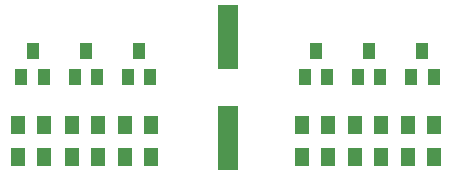
<source format=gbr>
G04 #@! TF.FileFunction,Paste,Top*
%FSLAX46Y46*%
G04 Gerber Fmt 4.6, Leading zero omitted, Abs format (unit mm)*
G04 Created by KiCad (PCBNEW 4.0.4-stable) date 02/07/17 10:52:47*
%MOMM*%
%LPD*%
G01*
G04 APERTURE LIST*
%ADD10C,0.100000*%
%ADD11R,1.800000X5.500000*%
%ADD12R,1.000000X1.400000*%
%ADD13R,1.300000X1.500000*%
G04 APERTURE END LIST*
D10*
D11*
X135500000Y-91200000D03*
X135500000Y-99800000D03*
D12*
X127050000Y-94600000D03*
X128950000Y-94600000D03*
X128000000Y-92400000D03*
X122550000Y-94600000D03*
X124450000Y-94600000D03*
X123500000Y-92400000D03*
X118050000Y-94600000D03*
X119950000Y-94600000D03*
X119000000Y-92400000D03*
X151050000Y-94600000D03*
X152950000Y-94600000D03*
X152000000Y-92400000D03*
X146550000Y-94600000D03*
X148450000Y-94600000D03*
X147500000Y-92400000D03*
X142050000Y-94600000D03*
X143950000Y-94600000D03*
X143000000Y-92400000D03*
D13*
X126800000Y-98650000D03*
X126800000Y-101350000D03*
X122300000Y-98650000D03*
X122300000Y-101350000D03*
X117800000Y-98650000D03*
X117800000Y-101350000D03*
X129000000Y-98650000D03*
X129000000Y-101350000D03*
X124500000Y-98650000D03*
X124500000Y-101350000D03*
X120000000Y-98650000D03*
X120000000Y-101350000D03*
X150800000Y-98650000D03*
X150800000Y-101350000D03*
X146300000Y-98650000D03*
X146300000Y-101350000D03*
X141800000Y-98650000D03*
X141800000Y-101350000D03*
X153000000Y-98650000D03*
X153000000Y-101350000D03*
X148500000Y-98650000D03*
X148500000Y-101350000D03*
X144000000Y-98650000D03*
X144000000Y-101350000D03*
M02*

</source>
